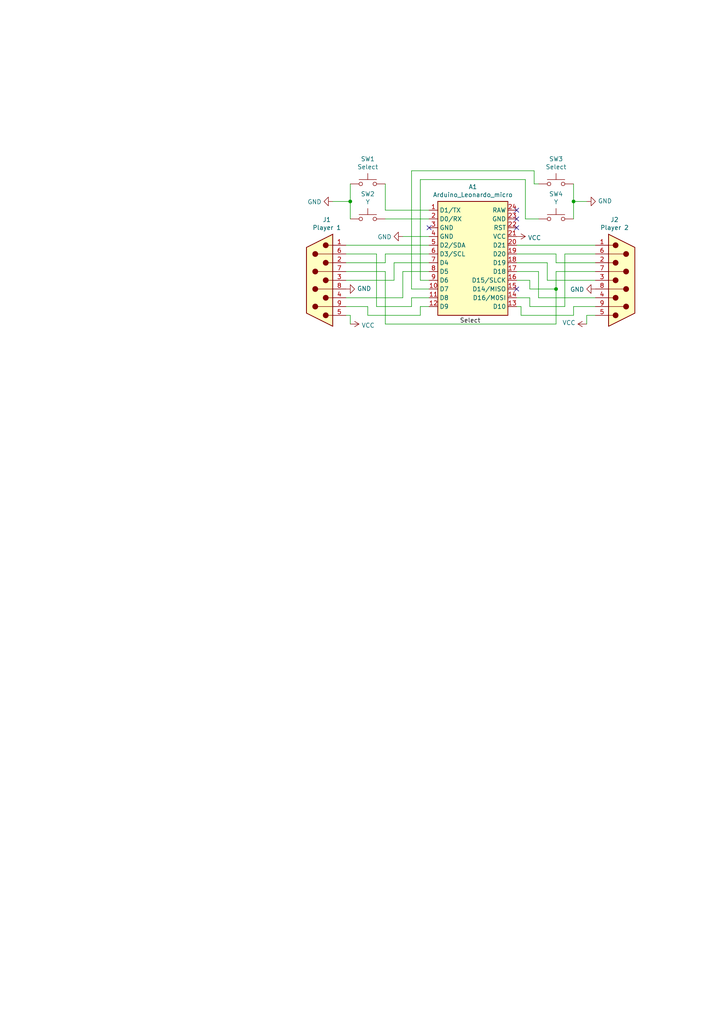
<source format=kicad_sch>
(kicad_sch (version 20211123) (generator eeschema)
  (paper "A4" portrait)
  (lib_symbols
    (symbol "Connector:DB9_Male" (pin_names (offset 1.016) hide)
      (property "Reference" "J" (at 0 13.97 0))
      (property "Value" "DB9_Male" (at 0 -14.605 0))
      (symbol "DB9_Male_0_1"
        (circle (center -1.778 -10.16) (radius 0.762) (fill (type outline)))
        (circle (center -1.778 -5.08) (radius 0.762) (fill (type outline)))
        (circle (center -1.778 0) (radius 0.762) (fill (type outline)))
        (circle (center -1.778 5.08) (radius 0.762) (fill (type outline)))
        (circle (center -1.778 10.16) (radius 0.762) (fill (type outline)))
        (polyline (pts (xy -3.81 -10.16) (xy -2.54 -10.16)))
        (polyline (pts (xy -3.81 -7.62) (xy 0.508 -7.62)))
        (polyline (pts (xy -3.81 -5.08) (xy -2.54 -5.08)))
        (polyline (pts (xy -3.81 -2.54) (xy 0.508 -2.54)))
        (polyline (pts (xy -3.81 0) (xy -2.54 0)))
        (polyline (pts (xy -3.81 2.54) (xy 0.508 2.54)))
        (polyline (pts (xy -3.81 5.08) (xy -2.54 5.08)))
        (polyline (pts (xy -3.81 7.62) (xy 0.508 7.62)))
        (polyline (pts (xy -3.81 10.16) (xy -2.54 10.16)))
        (polyline (pts (xy -3.81 -13.335) (xy -3.81 13.335) (xy 3.81 9.525) (xy 3.81 -9.525) (xy -3.81 -13.335)) (stroke (width 0.254)) (fill (type background)))
        (circle (center 1.27 -7.62) (radius 0.762) (fill (type outline)))
        (circle (center 1.27 -2.54) (radius 0.762) (fill (type outline)))
        (circle (center 1.27 2.54) (radius 0.762) (fill (type outline)))
        (circle (center 1.27 7.62) (radius 0.762) (fill (type outline)))
      )
      (symbol "DB9_Male_1_1"
        (pin passive line (at -7.62 -10.16 0) (length 3.81) (name "1") (number "1"))
        (pin passive line (at -7.62 -5.08 0) (length 3.81) (name "2") (number "2"))
        (pin passive line (at -7.62 0 0) (length 3.81) (name "3") (number "3"))
        (pin passive line (at -7.62 5.08 0) (length 3.81) (name "4") (number "4"))
        (pin passive line (at -7.62 10.16 0) (length 3.81) (name "5") (number "5"))
        (pin passive line (at -7.62 -7.62 0) (length 3.81) (name "6") (number "6"))
        (pin passive line (at -7.62 -2.54 0) (length 3.81) (name "7") (number "7"))
        (pin passive line (at -7.62 2.54 0) (length 3.81) (name "8") (number "8"))
        (pin passive line (at -7.62 7.62 0) (length 3.81) (name "9") (number "9"))
      )
    )
    (symbol "Switch:SW_Push" (pin_numbers hide) (pin_names (offset 1.016) hide)
      (property "Reference" "SW" (at 1.27 2.54 0))
      (property "Value" "SW_Push" (at 0 -1.524 0))
      (symbol "SW_Push_0_1"
        (circle (center -2.032 0) (radius 0.508))
        (polyline (pts (xy 0 1.27) (xy 0 3.048)))
        (polyline (pts (xy 2.54 1.27) (xy -2.54 1.27)))
        (circle (center 2.032 0) (radius 0.508))
        (pin passive line (at -5.08 0 0) (length 2.54) (name "1") (number "1"))
        (pin passive line (at 5.08 0 180) (length 2.54) (name "2") (number "2"))
      )
    )
    (symbol "power:GND" (power) (pin_names (offset 0))
      (property "Value" "GND" (at 0 -3.81 0))
      (symbol "GND_0_1"
        (polyline (pts (xy 0 0) (xy 0 -1.27) (xy 1.27 -1.27) (xy 0 -2.54) (xy -1.27 -1.27) (xy 0 -1.27)))
      )
      (symbol "GND_1_1"
        (pin power_in line (at 0 0 270) (length 0) hide (name "GND") (number "1"))
      )
    )
    (symbol "power:VCC" (power) (pin_names (offset 0))
      (property "Value" "VCC" (at 0 3.81 0))
      (symbol "VCC_0_1"
        (polyline (pts (xy -0.762 1.27) (xy 0 2.54)))
        (polyline (pts (xy 0 0) (xy 0 2.54)))
        (polyline (pts (xy 0 2.54) (xy 0.762 1.27)))
      )
      (symbol "VCC_1_1"
        (pin power_in line (at 0 0 90) (length 0) hide (name "VCC") (number "1"))
      )
    )
    (symbol "sega_db9_usb-rescue:Arduino_Leonardo_micro-MCU_Module"
      (property "Reference" "A" (at -10.16 17.145 0))
      (property "Value" "Arduino_Leonardo_micro-MCU_Module" (at -11.43 -17.78 0))
      (symbol "Arduino_Leonardo_micro-MCU_Module_0_1"
        (rectangle (start -10.16 16.51) (end 10.16 -16.51) (stroke (width 0.254)) (fill (type background)))
      )
      (symbol "Arduino_Leonardo_micro-MCU_Module_1_1"
        (pin bidirectional line (at -12.7 13.97 0) (length 2.54) (name "D1/TX") (number "1"))
        (pin bidirectional line (at -12.7 -8.89 0) (length 2.54) (name "D7") (number "10"))
        (pin bidirectional line (at -12.7 -11.43 0) (length 2.54) (name "D8") (number "11"))
        (pin bidirectional line (at -12.7 -13.97 0) (length 2.54) (name "D9") (number "12"))
        (pin bidirectional line (at 12.7 -13.97 180) (length 2.54) (name "D10") (number "13"))
        (pin bidirectional line (at 12.7 -11.43 180) (length 2.54) (name "D16/M0SI") (number "14"))
        (pin bidirectional line (at 12.7 -8.89 180) (length 2.54) (name "D14/MISO") (number "15"))
        (pin bidirectional line (at 12.7 -6.35 180) (length 2.54) (name "D15/SLCK") (number "16"))
        (pin bidirectional line (at 12.7 -3.81 180) (length 2.54) (name "D18") (number "17"))
        (pin bidirectional line (at 12.7 -1.27 180) (length 2.54) (name "D19") (number "18"))
        (pin bidirectional line (at 12.7 1.27 180) (length 2.54) (name "D20") (number "19"))
        (pin bidirectional line (at -12.7 11.43 0) (length 2.54) (name "D0/RX") (number "2"))
        (pin bidirectional line (at 12.7 3.81 180) (length 2.54) (name "D21") (number "20"))
        (pin power_out line (at 12.7 6.35 180) (length 2.54) (name "VCC") (number "21"))
        (pin input line (at 12.7 8.89 180) (length 2.54) (name "RST") (number "22"))
        (pin output line (at 12.7 11.43 180) (length 2.54) (name "GND") (number "23"))
        (pin power_out line (at 12.7 13.97 180) (length 2.54) (name "RAW") (number "24"))
        (pin power_out line (at -12.7 8.89 0) (length 2.54) (name "GND") (number "3"))
        (pin power_out line (at -12.7 6.35 0) (length 2.54) (name "GND") (number "4"))
        (pin bidirectional line (at -12.7 3.81 0) (length 2.54) (name "D2/SDA") (number "5"))
        (pin bidirectional line (at -12.7 1.27 0) (length 2.54) (name "D3/SCL") (number "6"))
        (pin bidirectional line (at -12.7 -1.27 0) (length 2.54) (name "D4") (number "7"))
        (pin bidirectional line (at -12.7 -3.81 0) (length 2.54) (name "D5") (number "8"))
        (pin bidirectional line (at -12.7 -6.35 0) (length 2.54) (name "D6") (number "9"))
      )
    )
  )
  (junction (at 166.37 58.42))
  (junction (at 101.6 58.42))
  (junction (at 161.29 83.82))
  (no_connect (at 149.86 66.04))
  (no_connect (at 149.86 83.82))
  (no_connect (at 149.86 63.5))
  (no_connect (at 149.86 60.96))
  (no_connect (at 124.46 66.04))
  (wire (pts (xy 161.29 78.74) (xy 172.72 78.74)))
  (wire (pts (xy 158.75 76.2) (xy 149.86 76.2)))
  (wire (pts (xy 100.33 81.28) (xy 114.3 81.28)))
  (wire (pts (xy 153.67 86.36) (xy 149.86 86.36)))
  (wire (pts (xy 156.21 78.74) (xy 149.86 78.74)))
  (wire (pts (xy 114.3 76.2) (xy 124.46 76.2)))
  (wire (pts (xy 166.37 58.42) (xy 170.18 58.42)))
  (wire (pts (xy 161.29 83.82) (xy 161.29 93.98)))
  (wire (pts (xy 119.38 86.36) (xy 124.46 86.36)))
  (wire (pts (xy 109.22 73.66) (xy 109.22 88.9)))
  (wire (pts (xy 163.83 88.9) (xy 153.67 88.9)))
  (wire (pts (xy 100.33 78.74) (xy 111.76 78.74)))
  (wire (pts (xy 151.13 88.9) (xy 151.13 91.44)))
  (wire (pts (xy 124.46 83.82) (xy 119.38 83.82)))
  (wire (pts (xy 114.3 81.28) (xy 114.3 76.2)))
  (wire (pts (xy 154.94 49.53) (xy 154.94 53.34)))
  (wire (pts (xy 109.22 88.9) (xy 119.38 88.9)))
  (wire (pts (xy 101.6 53.34) (xy 101.6 58.42)))
  (wire (pts (xy 124.46 60.96) (xy 111.76 60.96)))
  (wire (pts (xy 154.94 53.34) (xy 156.21 53.34)))
  (wire (pts (xy 151.13 91.44) (xy 166.37 91.44)))
  (wire (pts (xy 119.38 83.82) (xy 119.38 49.53)))
  (wire (pts (xy 172.72 91.44) (xy 170.18 91.44)))
  (wire (pts (xy 106.68 91.44) (xy 121.92 91.44)))
  (wire (pts (xy 161.29 73.66) (xy 149.86 73.66)))
  (wire (pts (xy 111.76 73.66) (xy 124.46 73.66)))
  (wire (pts (xy 161.29 93.98) (xy 111.76 93.98)))
  (wire (pts (xy 116.84 86.36) (xy 116.84 78.74)))
  (wire (pts (xy 172.72 76.2) (xy 161.29 76.2)))
  (wire (pts (xy 152.4 63.5) (xy 152.4 52.07)))
  (wire (pts (xy 158.75 81.28) (xy 158.75 76.2)))
  (wire (pts (xy 156.21 63.5) (xy 152.4 63.5)))
  (wire (pts (xy 166.37 53.34) (xy 166.37 58.42)))
  (wire (pts (xy 153.67 81.28) (xy 153.67 83.82)))
  (wire (pts (xy 121.92 81.28) (xy 124.46 81.28)))
  (wire (pts (xy 152.4 52.07) (xy 121.92 52.07)))
  (wire (pts (xy 163.83 73.66) (xy 163.83 88.9)))
  (wire (pts (xy 166.37 91.44) (xy 166.37 88.9)))
  (wire (pts (xy 111.76 76.2) (xy 111.76 73.66)))
  (wire (pts (xy 119.38 88.9) (xy 119.38 86.36)))
  (wire (pts (xy 106.68 88.9) (xy 106.68 91.44)))
  (wire (pts (xy 121.92 52.07) (xy 121.92 81.28)))
  (wire (pts (xy 101.6 58.42) (xy 96.52 58.42)))
  (wire (pts (xy 101.6 91.44) (xy 101.6 93.98)))
  (wire (pts (xy 111.76 78.74) (xy 111.76 93.98)))
  (wire (pts (xy 100.33 76.2) (xy 111.76 76.2)))
  (wire (pts (xy 124.46 63.5) (xy 111.76 63.5)))
  (wire (pts (xy 100.33 88.9) (xy 106.68 88.9)))
  (wire (pts (xy 170.18 91.44) (xy 170.18 93.98)))
  (wire (pts (xy 172.72 71.12) (xy 149.86 71.12)))
  (wire (pts (xy 100.33 91.44) (xy 101.6 91.44)))
  (wire (pts (xy 172.72 81.28) (xy 158.75 81.28)))
  (wire (pts (xy 101.6 58.42) (xy 101.6 63.5)))
  (wire (pts (xy 172.72 73.66) (xy 163.83 73.66)))
  (wire (pts (xy 100.33 71.12) (xy 124.46 71.12)))
  (wire (pts (xy 166.37 88.9) (xy 172.72 88.9)))
  (wire (pts (xy 100.33 73.66) (xy 109.22 73.66)))
  (wire (pts (xy 124.46 68.58) (xy 116.84 68.58)))
  (wire (pts (xy 119.38 49.53) (xy 154.94 49.53)))
  (wire (pts (xy 161.29 76.2) (xy 161.29 73.66)))
  (wire (pts (xy 166.37 58.42) (xy 166.37 63.5)))
  (wire (pts (xy 121.92 88.9) (xy 124.46 88.9)))
  (wire (pts (xy 172.72 86.36) (xy 156.21 86.36)))
  (wire (pts (xy 156.21 86.36) (xy 156.21 78.74)))
  (wire (pts (xy 153.67 88.9) (xy 153.67 86.36)))
  (wire (pts (xy 100.33 86.36) (xy 116.84 86.36)))
  (wire (pts (xy 149.86 81.28) (xy 153.67 81.28)))
  (wire (pts (xy 111.76 60.96) (xy 111.76 53.34)))
  (wire (pts (xy 121.92 91.44) (xy 121.92 88.9)))
  (wire (pts (xy 153.67 83.82) (xy 161.29 83.82)))
  (wire (pts (xy 149.86 88.9) (xy 151.13 88.9)))
  (wire (pts (xy 161.29 83.82) (xy 161.29 78.74)))
  (wire (pts (xy 116.84 78.74) (xy 124.46 78.74)))
  (label "Select" (at 133.35 93.98 0))
  (symbol (lib_id "Connector:DB9_Male") (at 92.71 81.28 180) (unit 1)
    (property "Reference" "J1" (at 94.7928 63.7032 0))
    (property "Value" "Player 1" (at 94.7928 66.0146 0))
    (property "Datasheet" " ~" (effects hide))
  )
  (symbol (lib_id "Connector:DB9_Male") (at 180.34 81.28 0) (mirror x) (unit 1)
    (property "Reference" "J2" (at 178.2572 63.7032 0))
    (property "Value" "Player 2" (at 178.2572 66.0146 0))
    (property "Datasheet" " ~" (effects hide))
  )
  (symbol (lib_id "sega_db9_usb-rescue:Arduino_Leonardo_micro-MCU_Module") (at 137.16 74.93 0) (unit 1)
    (property "Reference" "A1" (at 137.16 54.1782 0))
    (property "Value" "Arduino_Leonardo_micro" (at 137.16 56.4896 0))
    (property "Footprint" "Module:Arduino_UNO_R3" (effects hide))
    (property "Datasheet" "https://www.arduino.cc/en/Main/ArduinoBoardLeonardo" (effects hide))
  )
  (symbol (lib_id "power:VCC") (at 101.6 93.98 270) (unit 1)
    (property "Reference" "#PWR0102" (effects hide))
    (property "Value" "VCC" (at 104.8512 94.361 90) (effects (justify left)))
  )
  (symbol (lib_id "power:VCC") (at 170.18 93.98 90) (unit 1)
    (property "Reference" "#PWR0101" (effects hide))
    (property "Value" "VCC" (at 166.9542 93.599 90) (effects (justify left)))
  )
  (symbol (lib_id "power:GND") (at 100.33 83.82 90) (unit 1)
    (property "Reference" "#PWR0103" (effects hide))
    (property "Value" "GND" (at 103.5812 83.693 90) (effects (justify right)))
  )
  (symbol (lib_id "power:GND") (at 172.72 83.82 270) (unit 1)
    (property "Reference" "#PWR0104" (effects hide))
    (property "Value" "GND" (at 169.4688 83.947 90) (effects (justify right)))
  )
  (symbol (lib_id "power:VCC") (at 149.86 68.58 270) (unit 1)
    (property "Reference" "#PWR0105" (effects hide))
    (property "Value" "VCC" (at 153.1112 68.961 90) (effects (justify left)))
  )
  (symbol (lib_id "power:GND") (at 116.84 68.58 270) (unit 1)
    (property "Reference" "#PWR0106" (effects hide))
    (property "Value" "GND" (at 113.5888 68.707 90) (effects (justify right)))
  )
  (symbol (lib_id "Switch:SW_Push") (at 106.68 53.34 0) (unit 1)
    (property "Reference" "SW1" (at 106.68 46.101 0))
    (property "Value" "Select" (at 106.68 48.4124 0))
  )
  (symbol (lib_id "Switch:SW_Push") (at 106.68 63.5 0) (unit 1)
    (property "Reference" "SW2" (at 106.68 56.261 0))
    (property "Value" "Y" (at 106.68 58.5724 0))
  )
  (symbol (lib_id "Switch:SW_Push") (at 161.29 53.34 0) (unit 1)
    (property "Reference" "SW3" (at 161.29 46.101 0))
    (property "Value" "Select" (at 161.29 48.4124 0))
  )
  (symbol (lib_id "Switch:SW_Push") (at 161.29 63.5 0) (unit 1)
    (property "Reference" "SW4" (at 161.29 56.261 0))
    (property "Value" "Y" (at 161.29 58.5724 0))
  )
  (symbol (lib_id "power:GND") (at 170.18 58.42 90) (unit 1)
    (property "Reference" "#PWR0107" (effects hide))
    (property "Value" "GND" (at 173.4312 58.293 90) (effects (justify right)))
  )
  (symbol (lib_id "power:GND") (at 96.52 58.42 270) (unit 1)
    (property "Reference" "#PWR0108" (effects hide))
    (property "Value" "GND" (at 93.2688 58.547 90) (effects (justify right)))
  )
)
</source>
